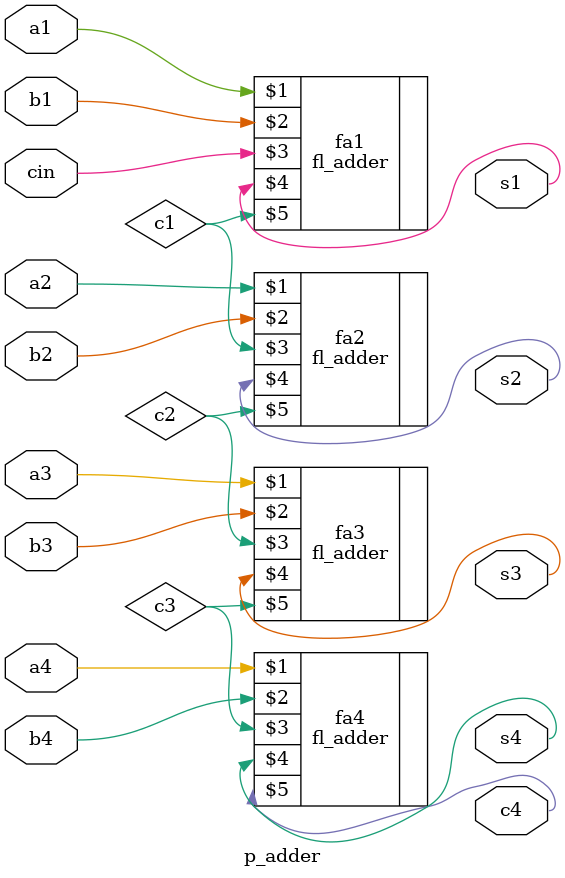
<source format=v>
`timescale 1ns / 1ps


module p_adder(
    input a1,b1,a2,b2,a3,b3,a4,b4,cin,
    output s1,s2,s3,s4,c4
    );
    wire c1,c2,c3;

    fl_adder fa1(a1,b1,cin,s1,c1);
    fl_adder fa2(a2,b2,c1,s2,c2);
    fl_adder fa3(a3,b3,c2,s3,c3);
    fl_adder fa4(a4,b4,c3,s4,c4);
endmodule

</source>
